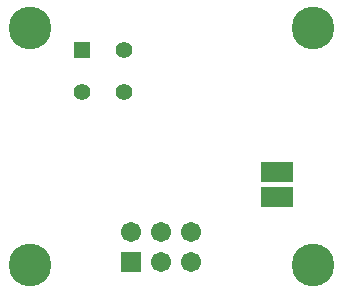
<source format=gbr>
G04 EAGLE Gerber RS-274X export*
G75*
%MOMM*%
%FSLAX34Y34*%
%LPD*%
%INSoldermask Bottom*%
%IPPOS*%
%AMOC8*
5,1,8,0,0,1.08239X$1,22.5*%
G01*
%ADD10R,2.794000X1.778000*%
%ADD11R,1.706600X1.706600*%
%ADD12C,1.706600*%
%ADD13R,1.409600X1.409600*%
%ADD14C,1.409600*%
%ADD15C,3.617600*%


D10*
X209550Y57150D03*
X209550Y78740D03*
D11*
X85725Y2337D03*
D12*
X85725Y27737D03*
X111125Y2337D03*
X111125Y27737D03*
X136525Y2337D03*
X136525Y27737D03*
D13*
X44230Y181830D03*
D14*
X44230Y145830D03*
X80230Y145830D03*
X80230Y181830D03*
D15*
X0Y0D03*
X240000Y0D03*
X0Y200000D03*
X240000Y200000D03*
M02*

</source>
